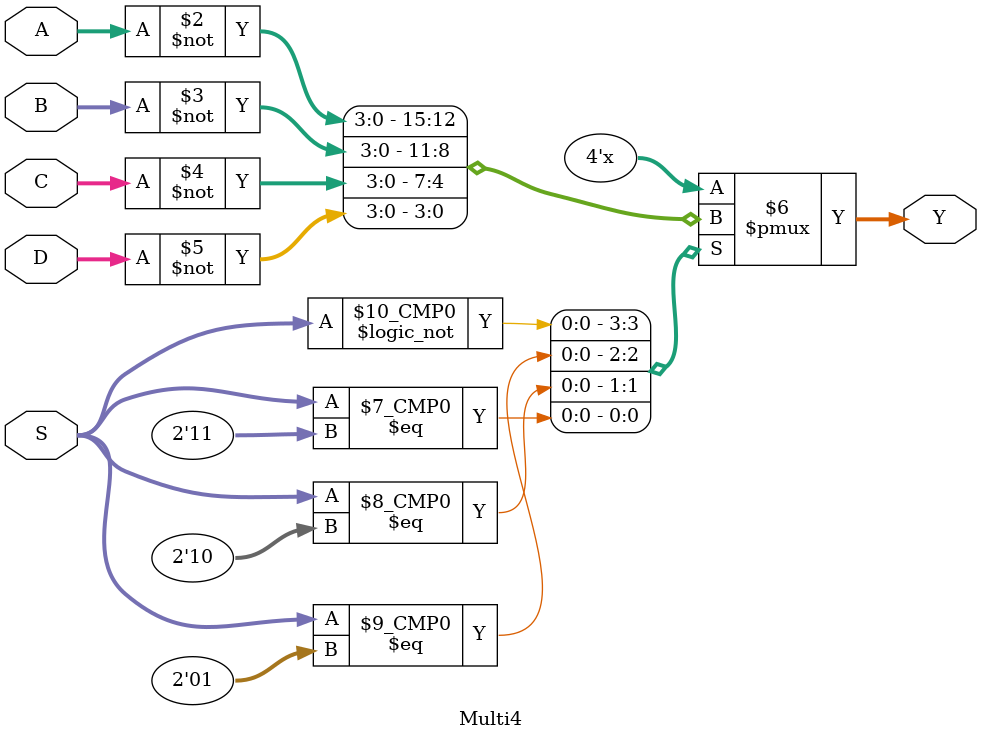
<source format=sv>
`timescale 1ns / 1ps

module Multi4#(parameter int unsigned WIDTH=4)(//WIDTH:tamaño de los buses
    input [1:0] S,
    input [WIDTH-1:0] A,
    input [WIDTH-1:0] B,
    input [WIDTH-1:0] C,
    input [WIDTH-1:0] D,
    output reg [WIDTH-1:0] Y
    );
    //si hay un cambio en alguna entrada el multiplexor actualizar� sus datos.
    always @(A or B or C or D or S)begin 
        case (S)
            2'b00 : Y <= ~A; //se otorga el valor de a  en out si el selector es 0
            2'b01 : Y <= ~B; //se otorga el valor de b  en out si el selector es 1
            2'b10 : Y <= ~C;//se otorga el valor de c  en out si el selector es 2
            2'b11 : Y <= ~D;//se otorga el valor de d  en out si el selector es 3
        endcase
    end
endmodule
</source>
